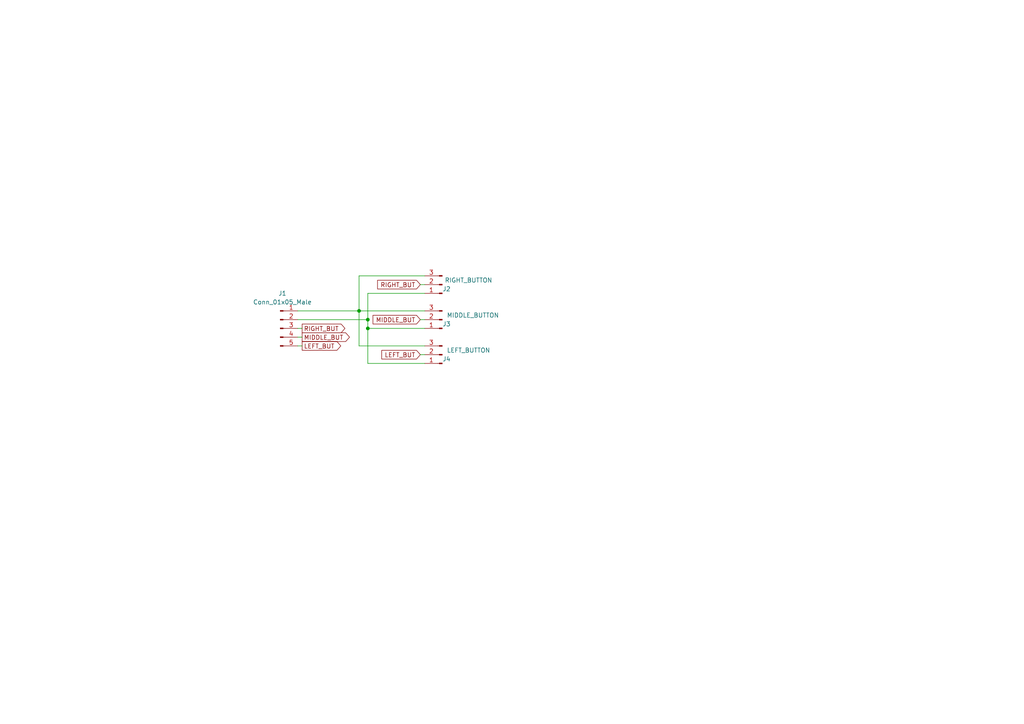
<source format=kicad_sch>
(kicad_sch (version 20211123) (generator eeschema)
  (paper "A4")
  (lib_symbols
    (symbol "Connector:Conn_01x03_Male" (pin_names (offset 1.016) hide)
      (property "Reference" "J" (at 0 5.08 0))
      (property "Value" "Conn_01x03_Male" (at 0 -5.08 0))
      (symbol "Conn_01x03_Male_1_1"
        (polyline (pts (xy 1.27 -2.54) (xy 0.8636 -2.54)) (stroke (width 0.1524)))
        (polyline (pts (xy 1.27 0) (xy 0.8636 0)) (stroke (width 0.1524)))
        (polyline (pts (xy 1.27 2.54) (xy 0.8636 2.54)) (stroke (width 0.1524)))
        (rectangle (start 0.8636 -2.413) (end 0 -2.667) (stroke (width 0.1524)) (fill (type outline)))
        (rectangle (start 0.8636 0.127) (end 0 -0.127) (stroke (width 0.1524)) (fill (type outline)))
        (rectangle (start 0.8636 2.667) (end 0 2.413) (stroke (width 0.1524)) (fill (type outline)))
        (pin passive line (at 5.08 2.54 180) (length 3.81) (name "Pin_1") (number "1"))
        (pin passive line (at 5.08 0 180) (length 3.81) (name "Pin_2") (number "2"))
        (pin passive line (at 5.08 -2.54 180) (length 3.81) (name "Pin_3") (number "3"))
      )
    )
    (symbol "Connector:Conn_01x05_Male" (pin_names (offset 1.016) hide)
      (property "Reference" "J" (at 0 7.62 0))
      (property "Value" "Conn_01x05_Male" (at 0 -7.62 0))
      (symbol "Conn_01x05_Male_1_1"
        (polyline (pts (xy 1.27 -5.08) (xy 0.8636 -5.08)) (stroke (width 0.1524)))
        (polyline (pts (xy 1.27 -2.54) (xy 0.8636 -2.54)) (stroke (width 0.1524)))
        (polyline (pts (xy 1.27 0) (xy 0.8636 0)) (stroke (width 0.1524)))
        (polyline (pts (xy 1.27 2.54) (xy 0.8636 2.54)) (stroke (width 0.1524)))
        (polyline (pts (xy 1.27 5.08) (xy 0.8636 5.08)) (stroke (width 0.1524)))
        (rectangle (start 0.8636 -4.953) (end 0 -5.207) (stroke (width 0.1524)) (fill (type outline)))
        (rectangle (start 0.8636 -2.413) (end 0 -2.667) (stroke (width 0.1524)) (fill (type outline)))
        (rectangle (start 0.8636 0.127) (end 0 -0.127) (stroke (width 0.1524)) (fill (type outline)))
        (rectangle (start 0.8636 2.667) (end 0 2.413) (stroke (width 0.1524)) (fill (type outline)))
        (rectangle (start 0.8636 5.207) (end 0 4.953) (stroke (width 0.1524)) (fill (type outline)))
        (pin passive line (at 5.08 5.08 180) (length 3.81) (name "Pin_1") (number "1"))
        (pin passive line (at 5.08 2.54 180) (length 3.81) (name "Pin_2") (number "2"))
        (pin passive line (at 5.08 0 180) (length 3.81) (name "Pin_3") (number "3"))
        (pin passive line (at 5.08 -2.54 180) (length 3.81) (name "Pin_4") (number "4"))
        (pin passive line (at 5.08 -5.08 180) (length 3.81) (name "Pin_5") (number "5"))
      )
    )
  )
  (junction (at 106.68 95.25))
  (junction (at 106.68 92.71))
  (junction (at 104.14 90.17))
  (wire (pts (xy 106.68 95.25) (xy 123.19 95.25)))
  (wire (pts (xy 104.14 90.17) (xy 104.14 100.33)))
  (wire (pts (xy 123.19 105.41) (xy 106.68 105.41)))
  (wire (pts (xy 86.36 100.33) (xy 87.63 100.33)))
  (wire (pts (xy 121.92 102.87) (xy 123.19 102.87)))
  (wire (pts (xy 106.68 105.41) (xy 106.68 95.25)))
  (wire (pts (xy 123.19 85.09) (xy 106.68 85.09)))
  (wire (pts (xy 86.36 92.71) (xy 106.68 92.71)))
  (wire (pts (xy 121.92 82.55) (xy 123.19 82.55)))
  (wire (pts (xy 86.36 97.79) (xy 87.63 97.79)))
  (wire (pts (xy 104.14 90.17) (xy 104.14 80.01)))
  (wire (pts (xy 86.36 95.25) (xy 87.63 95.25)))
  (wire (pts (xy 104.14 80.01) (xy 123.19 80.01)))
  (wire (pts (xy 121.92 92.71) (xy 123.19 92.71)))
  (wire (pts (xy 104.14 100.33) (xy 123.19 100.33)))
  (wire (pts (xy 86.36 90.17) (xy 104.14 90.17)))
  (wire (pts (xy 106.68 85.09) (xy 106.68 92.71)))
  (wire (pts (xy 104.14 90.17) (xy 123.19 90.17)))
  (wire (pts (xy 106.68 92.71) (xy 106.68 95.25)))
  (global_label "RIGHT_BUT" (shape input) (at 121.92 82.55 180) (property "Intersheet References" "${INTERSHEET_REFS}" (effects hide)))
  (global_label "MIDDLE_BUT" (shape output) (at 87.63 97.79 0) (property "Intersheet References" "${INTERSHEET_REFS}" (effects hide)))
  (global_label "RIGHT_BUT" (shape output) (at 87.63 95.25 0) (property "Intersheet References" "${INTERSHEET_REFS}" (effects hide)))
  (global_label "LEFT_BUT" (shape output) (at 87.63 100.33 0) (property "Intersheet References" "${INTERSHEET_REFS}" (effects hide)))
  (global_label "LEFT_BUT" (shape input) (at 121.92 102.87 180) (property "Intersheet References" "${INTERSHEET_REFS}" (effects hide)))
  (global_label "MIDDLE_BUT" (shape input) (at 121.92 92.71 180) (property "Intersheet References" "${INTERSHEET_REFS}" (effects hide)))
  (symbol (lib_id "Connector:Conn_01x03_Male") (at 128.27 102.87 180) (unit 1)
    (property "Reference" "J4" (at 129.54 104.14 0))
    (property "Value" "LEFT_BUTTON" (at 135.89 101.6 0))
    (property "Footprint" "TTP223:TTP223" (effects hide))
  )
  (symbol (lib_id "Connector:Conn_01x03_Male") (at 128.27 92.71 180) (unit 1)
    (property "Reference" "J3" (at 129.54 93.98 0))
    (property "Value" "MIDDLE_BUTTON" (at 137.16 91.44 0))
    (property "Footprint" "TTP223:TTP223" (effects hide))
  )
  (symbol (lib_id "Connector:Conn_01x03_Male") (at 128.27 82.55 180) (unit 1)
    (property "Reference" "J2" (at 129.54 83.82 0))
    (property "Value" "RIGHT_BUTTON" (at 135.89 81.28 0))
    (property "Footprint" "TTP223:TTP223" (effects hide))
  )
  (symbol (lib_id "Connector:Conn_01x05_Male") (at 81.28 95.25 0) (unit 1)
    (property "Reference" "J1" (at 81.915 85.09 0))
    (property "Value" "Conn_01x05_Male" (at 81.915 87.63 0))
    (property "Footprint" "Connector_PinHeader_2.54mm:PinHeader_1x05_P2.54mm_Vertical" (effects hide))
  )
)
</source>
